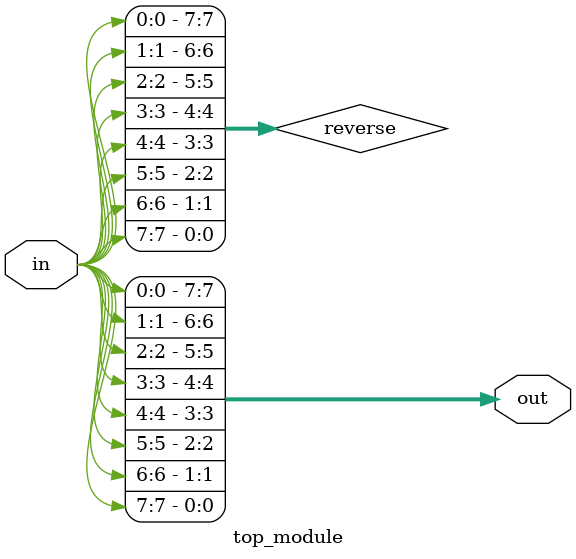
<source format=sv>
module top_module (
	input [7:0] in,
	output [7:0] out
);

	// Define internal wires
	wire [7:0] reverse;

	// Reverse the bit ordering
	assign reverse[7] = in[0];
	assign reverse[6] = in[1];
	assign reverse[5] = in[2];
	assign reverse[4] = in[3];
	assign reverse[3] = in[4];
	assign reverse[2] = in[5];
	assign reverse[1] = in[6];
	assign reverse[0] = in[7];

	// Assign the reversed bits to the output
	assign out = reverse;

endmodule

</source>
